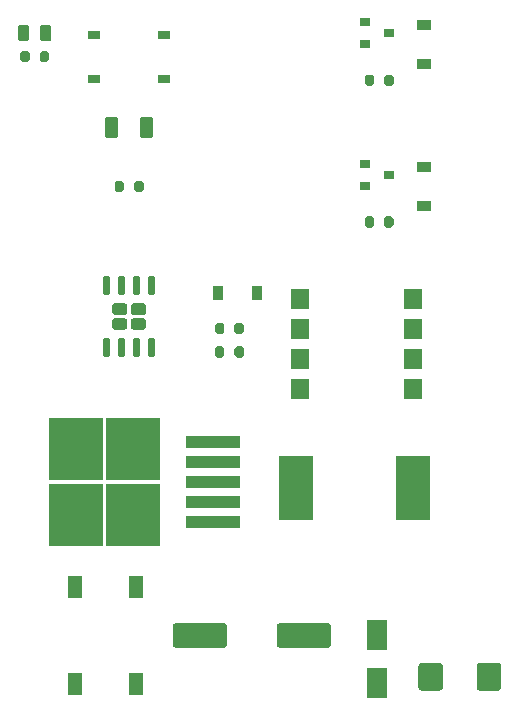
<source format=gtp>
G04 #@! TF.GenerationSoftware,KiCad,Pcbnew,5.1.10-88a1d61d58~88~ubuntu20.10.1*
G04 #@! TF.CreationDate,2021-05-12T21:52:12+02:00*
G04 #@! TF.ProjectId,Servopoint_opto,53657276-6f70-46f6-996e-745f6f70746f,rev?*
G04 #@! TF.SameCoordinates,Original*
G04 #@! TF.FileFunction,Paste,Top*
G04 #@! TF.FilePolarity,Positive*
%FSLAX46Y46*%
G04 Gerber Fmt 4.6, Leading zero omitted, Abs format (unit mm)*
G04 Created by KiCad (PCBNEW 5.1.10-88a1d61d58~88~ubuntu20.10.1) date 2021-05-12 21:52:12*
%MOMM*%
%LPD*%
G01*
G04 APERTURE LIST*
%ADD10R,2.900000X5.400000*%
%ADD11R,1.000000X0.750000*%
%ADD12R,1.200000X1.900000*%
%ADD13R,1.800000X2.500000*%
%ADD14R,0.900000X0.800000*%
%ADD15R,1.200000X0.900000*%
%ADD16R,0.900000X1.200000*%
%ADD17R,4.550000X5.250000*%
%ADD18R,4.600000X1.100000*%
%ADD19R,1.520000X1.780000*%
%ADD20R,1.520000X1.750000*%
G04 APERTURE END LIST*
D10*
X114000000Y-81500000D03*
X104100000Y-81500000D03*
D11*
X93000000Y-46875000D03*
X87000000Y-46875000D03*
X93000000Y-43125000D03*
X87000000Y-43125000D03*
D12*
X90549590Y-98124420D03*
X85449590Y-98124420D03*
X90549590Y-89874420D03*
X85449590Y-89874420D03*
G36*
G01*
X88805000Y-67125000D02*
X89595000Y-67125000D01*
G75*
G02*
X89845000Y-67375000I0J-250000D01*
G01*
X89845000Y-67885000D01*
G75*
G02*
X89595000Y-68135000I-250000J0D01*
G01*
X88805000Y-68135000D01*
G75*
G02*
X88555000Y-67885000I0J250000D01*
G01*
X88555000Y-67375000D01*
G75*
G02*
X88805000Y-67125000I250000J0D01*
G01*
G37*
G36*
G01*
X90405000Y-67125000D02*
X91195000Y-67125000D01*
G75*
G02*
X91445000Y-67375000I0J-250000D01*
G01*
X91445000Y-67885000D01*
G75*
G02*
X91195000Y-68135000I-250000J0D01*
G01*
X90405000Y-68135000D01*
G75*
G02*
X90155000Y-67885000I0J250000D01*
G01*
X90155000Y-67375000D01*
G75*
G02*
X90405000Y-67125000I250000J0D01*
G01*
G37*
G36*
G01*
X88805000Y-65865000D02*
X89595000Y-65865000D01*
G75*
G02*
X89845000Y-66115000I0J-250000D01*
G01*
X89845000Y-66625000D01*
G75*
G02*
X89595000Y-66875000I-250000J0D01*
G01*
X88805000Y-66875000D01*
G75*
G02*
X88555000Y-66625000I0J250000D01*
G01*
X88555000Y-66115000D01*
G75*
G02*
X88805000Y-65865000I250000J0D01*
G01*
G37*
G36*
G01*
X90405000Y-65865000D02*
X91195000Y-65865000D01*
G75*
G02*
X91445000Y-66115000I0J-250000D01*
G01*
X91445000Y-66625000D01*
G75*
G02*
X91195000Y-66875000I-250000J0D01*
G01*
X90405000Y-66875000D01*
G75*
G02*
X90155000Y-66625000I0J250000D01*
G01*
X90155000Y-66115000D01*
G75*
G02*
X90405000Y-65865000I250000J0D01*
G01*
G37*
G36*
G01*
X91755000Y-68825000D02*
X92055000Y-68825000D01*
G75*
G02*
X92205000Y-68975000I0J-150000D01*
G01*
X92205000Y-70300000D01*
G75*
G02*
X92055000Y-70450000I-150000J0D01*
G01*
X91755000Y-70450000D01*
G75*
G02*
X91605000Y-70300000I0J150000D01*
G01*
X91605000Y-68975000D01*
G75*
G02*
X91755000Y-68825000I150000J0D01*
G01*
G37*
G36*
G01*
X90485000Y-68825000D02*
X90785000Y-68825000D01*
G75*
G02*
X90935000Y-68975000I0J-150000D01*
G01*
X90935000Y-70300000D01*
G75*
G02*
X90785000Y-70450000I-150000J0D01*
G01*
X90485000Y-70450000D01*
G75*
G02*
X90335000Y-70300000I0J150000D01*
G01*
X90335000Y-68975000D01*
G75*
G02*
X90485000Y-68825000I150000J0D01*
G01*
G37*
G36*
G01*
X89215000Y-68825000D02*
X89515000Y-68825000D01*
G75*
G02*
X89665000Y-68975000I0J-150000D01*
G01*
X89665000Y-70300000D01*
G75*
G02*
X89515000Y-70450000I-150000J0D01*
G01*
X89215000Y-70450000D01*
G75*
G02*
X89065000Y-70300000I0J150000D01*
G01*
X89065000Y-68975000D01*
G75*
G02*
X89215000Y-68825000I150000J0D01*
G01*
G37*
G36*
G01*
X87945000Y-68825000D02*
X88245000Y-68825000D01*
G75*
G02*
X88395000Y-68975000I0J-150000D01*
G01*
X88395000Y-70300000D01*
G75*
G02*
X88245000Y-70450000I-150000J0D01*
G01*
X87945000Y-70450000D01*
G75*
G02*
X87795000Y-70300000I0J150000D01*
G01*
X87795000Y-68975000D01*
G75*
G02*
X87945000Y-68825000I150000J0D01*
G01*
G37*
G36*
G01*
X87945000Y-63550000D02*
X88245000Y-63550000D01*
G75*
G02*
X88395000Y-63700000I0J-150000D01*
G01*
X88395000Y-65025000D01*
G75*
G02*
X88245000Y-65175000I-150000J0D01*
G01*
X87945000Y-65175000D01*
G75*
G02*
X87795000Y-65025000I0J150000D01*
G01*
X87795000Y-63700000D01*
G75*
G02*
X87945000Y-63550000I150000J0D01*
G01*
G37*
G36*
G01*
X89215000Y-63550000D02*
X89515000Y-63550000D01*
G75*
G02*
X89665000Y-63700000I0J-150000D01*
G01*
X89665000Y-65025000D01*
G75*
G02*
X89515000Y-65175000I-150000J0D01*
G01*
X89215000Y-65175000D01*
G75*
G02*
X89065000Y-65025000I0J150000D01*
G01*
X89065000Y-63700000D01*
G75*
G02*
X89215000Y-63550000I150000J0D01*
G01*
G37*
G36*
G01*
X90485000Y-63550000D02*
X90785000Y-63550000D01*
G75*
G02*
X90935000Y-63700000I0J-150000D01*
G01*
X90935000Y-65025000D01*
G75*
G02*
X90785000Y-65175000I-150000J0D01*
G01*
X90485000Y-65175000D01*
G75*
G02*
X90335000Y-65025000I0J150000D01*
G01*
X90335000Y-63700000D01*
G75*
G02*
X90485000Y-63550000I150000J0D01*
G01*
G37*
G36*
G01*
X91755000Y-63550000D02*
X92055000Y-63550000D01*
G75*
G02*
X92205000Y-63700000I0J-150000D01*
G01*
X92205000Y-65025000D01*
G75*
G02*
X92055000Y-65175000I-150000J0D01*
G01*
X91755000Y-65175000D01*
G75*
G02*
X91605000Y-65025000I0J150000D01*
G01*
X91605000Y-63700000D01*
G75*
G02*
X91755000Y-63550000I150000J0D01*
G01*
G37*
G36*
G01*
X90900000Y-51650001D02*
X90900000Y-50349999D01*
G75*
G02*
X91149999Y-50100000I249999J0D01*
G01*
X91800001Y-50100000D01*
G75*
G02*
X92050000Y-50349999I0J-249999D01*
G01*
X92050000Y-51650001D01*
G75*
G02*
X91800001Y-51900000I-249999J0D01*
G01*
X91149999Y-51900000D01*
G75*
G02*
X90900000Y-51650001I0J249999D01*
G01*
G37*
G36*
G01*
X87950000Y-51650001D02*
X87950000Y-50349999D01*
G75*
G02*
X88199999Y-50100000I249999J0D01*
G01*
X88850001Y-50100000D01*
G75*
G02*
X89100000Y-50349999I0J-249999D01*
G01*
X89100000Y-51650001D01*
G75*
G02*
X88850001Y-51900000I-249999J0D01*
G01*
X88199999Y-51900000D01*
G75*
G02*
X87950000Y-51650001I0J249999D01*
G01*
G37*
G36*
G01*
X119425000Y-98425000D02*
X119425000Y-96575000D01*
G75*
G02*
X119675000Y-96325000I250000J0D01*
G01*
X121250000Y-96325000D01*
G75*
G02*
X121500000Y-96575000I0J-250000D01*
G01*
X121500000Y-98425000D01*
G75*
G02*
X121250000Y-98675000I-250000J0D01*
G01*
X119675000Y-98675000D01*
G75*
G02*
X119425000Y-98425000I0J250000D01*
G01*
G37*
G36*
G01*
X114500000Y-98425000D02*
X114500000Y-96575000D01*
G75*
G02*
X114750000Y-96325000I250000J0D01*
G01*
X116325000Y-96325000D01*
G75*
G02*
X116575000Y-96575000I0J-250000D01*
G01*
X116575000Y-98425000D01*
G75*
G02*
X116325000Y-98675000I-250000J0D01*
G01*
X114750000Y-98675000D01*
G75*
G02*
X114500000Y-98425000I0J250000D01*
G01*
G37*
G36*
G01*
X102500000Y-94800000D02*
X102500000Y-93200000D01*
G75*
G02*
X102750000Y-92950000I250000J0D01*
G01*
X106850000Y-92950000D01*
G75*
G02*
X107100000Y-93200000I0J-250000D01*
G01*
X107100000Y-94800000D01*
G75*
G02*
X106850000Y-95050000I-250000J0D01*
G01*
X102750000Y-95050000D01*
G75*
G02*
X102500000Y-94800000I0J250000D01*
G01*
G37*
G36*
G01*
X93700000Y-94800000D02*
X93700000Y-93200000D01*
G75*
G02*
X93950000Y-92950000I250000J0D01*
G01*
X98050000Y-92950000D01*
G75*
G02*
X98300000Y-93200000I0J-250000D01*
G01*
X98300000Y-94800000D01*
G75*
G02*
X98050000Y-95050000I-250000J0D01*
G01*
X93950000Y-95050000D01*
G75*
G02*
X93700000Y-94800000I0J250000D01*
G01*
G37*
D13*
X111000000Y-98000000D03*
X111000000Y-94000000D03*
D14*
X112000000Y-43000000D03*
X110000000Y-43950000D03*
X110000000Y-42050000D03*
X112000000Y-55000000D03*
X110000000Y-55950000D03*
X110000000Y-54050000D03*
G36*
G01*
X82450000Y-43456250D02*
X82450000Y-42543750D01*
G75*
G02*
X82693750Y-42300000I243750J0D01*
G01*
X83181250Y-42300000D01*
G75*
G02*
X83425000Y-42543750I0J-243750D01*
G01*
X83425000Y-43456250D01*
G75*
G02*
X83181250Y-43700000I-243750J0D01*
G01*
X82693750Y-43700000D01*
G75*
G02*
X82450000Y-43456250I0J243750D01*
G01*
G37*
G36*
G01*
X80575000Y-43456250D02*
X80575000Y-42543750D01*
G75*
G02*
X80818750Y-42300000I243750J0D01*
G01*
X81306250Y-42300000D01*
G75*
G02*
X81550000Y-42543750I0J-243750D01*
G01*
X81550000Y-43456250D01*
G75*
G02*
X81306250Y-43700000I-243750J0D01*
G01*
X80818750Y-43700000D01*
G75*
G02*
X80575000Y-43456250I0J243750D01*
G01*
G37*
G36*
G01*
X111600000Y-59275000D02*
X111600000Y-58725000D01*
G75*
G02*
X111800000Y-58525000I200000J0D01*
G01*
X112200000Y-58525000D01*
G75*
G02*
X112400000Y-58725000I0J-200000D01*
G01*
X112400000Y-59275000D01*
G75*
G02*
X112200000Y-59475000I-200000J0D01*
G01*
X111800000Y-59475000D01*
G75*
G02*
X111600000Y-59275000I0J200000D01*
G01*
G37*
G36*
G01*
X109950000Y-59275000D02*
X109950000Y-58725000D01*
G75*
G02*
X110150000Y-58525000I200000J0D01*
G01*
X110550000Y-58525000D01*
G75*
G02*
X110750000Y-58725000I0J-200000D01*
G01*
X110750000Y-59275000D01*
G75*
G02*
X110550000Y-59475000I-200000J0D01*
G01*
X110150000Y-59475000D01*
G75*
G02*
X109950000Y-59275000I0J200000D01*
G01*
G37*
G36*
G01*
X111600000Y-47275000D02*
X111600000Y-46725000D01*
G75*
G02*
X111800000Y-46525000I200000J0D01*
G01*
X112200000Y-46525000D01*
G75*
G02*
X112400000Y-46725000I0J-200000D01*
G01*
X112400000Y-47275000D01*
G75*
G02*
X112200000Y-47475000I-200000J0D01*
G01*
X111800000Y-47475000D01*
G75*
G02*
X111600000Y-47275000I0J200000D01*
G01*
G37*
G36*
G01*
X109950000Y-47275000D02*
X109950000Y-46725000D01*
G75*
G02*
X110150000Y-46525000I200000J0D01*
G01*
X110550000Y-46525000D01*
G75*
G02*
X110750000Y-46725000I0J-200000D01*
G01*
X110750000Y-47275000D01*
G75*
G02*
X110550000Y-47475000I-200000J0D01*
G01*
X110150000Y-47475000D01*
G75*
G02*
X109950000Y-47275000I0J200000D01*
G01*
G37*
G36*
G01*
X82425000Y-45275000D02*
X82425000Y-44725000D01*
G75*
G02*
X82625000Y-44525000I200000J0D01*
G01*
X83025000Y-44525000D01*
G75*
G02*
X83225000Y-44725000I0J-200000D01*
G01*
X83225000Y-45275000D01*
G75*
G02*
X83025000Y-45475000I-200000J0D01*
G01*
X82625000Y-45475000D01*
G75*
G02*
X82425000Y-45275000I0J200000D01*
G01*
G37*
G36*
G01*
X80775000Y-45275000D02*
X80775000Y-44725000D01*
G75*
G02*
X80975000Y-44525000I200000J0D01*
G01*
X81375000Y-44525000D01*
G75*
G02*
X81575000Y-44725000I0J-200000D01*
G01*
X81575000Y-45275000D01*
G75*
G02*
X81375000Y-45475000I-200000J0D01*
G01*
X80975000Y-45475000D01*
G75*
G02*
X80775000Y-45275000I0J200000D01*
G01*
G37*
G36*
G01*
X90425000Y-56275000D02*
X90425000Y-55725000D01*
G75*
G02*
X90625000Y-55525000I200000J0D01*
G01*
X91025000Y-55525000D01*
G75*
G02*
X91225000Y-55725000I0J-200000D01*
G01*
X91225000Y-56275000D01*
G75*
G02*
X91025000Y-56475000I-200000J0D01*
G01*
X90625000Y-56475000D01*
G75*
G02*
X90425000Y-56275000I0J200000D01*
G01*
G37*
G36*
G01*
X88775000Y-56275000D02*
X88775000Y-55725000D01*
G75*
G02*
X88975000Y-55525000I200000J0D01*
G01*
X89375000Y-55525000D01*
G75*
G02*
X89575000Y-55725000I0J-200000D01*
G01*
X89575000Y-56275000D01*
G75*
G02*
X89375000Y-56475000I-200000J0D01*
G01*
X88975000Y-56475000D01*
G75*
G02*
X88775000Y-56275000I0J200000D01*
G01*
G37*
G36*
G01*
X98925000Y-70275000D02*
X98925000Y-69725000D01*
G75*
G02*
X99125000Y-69525000I200000J0D01*
G01*
X99525000Y-69525000D01*
G75*
G02*
X99725000Y-69725000I0J-200000D01*
G01*
X99725000Y-70275000D01*
G75*
G02*
X99525000Y-70475000I-200000J0D01*
G01*
X99125000Y-70475000D01*
G75*
G02*
X98925000Y-70275000I0J200000D01*
G01*
G37*
G36*
G01*
X97275000Y-70275000D02*
X97275000Y-69725000D01*
G75*
G02*
X97475000Y-69525000I200000J0D01*
G01*
X97875000Y-69525000D01*
G75*
G02*
X98075000Y-69725000I0J-200000D01*
G01*
X98075000Y-70275000D01*
G75*
G02*
X97875000Y-70475000I-200000J0D01*
G01*
X97475000Y-70475000D01*
G75*
G02*
X97275000Y-70275000I0J200000D01*
G01*
G37*
G36*
G01*
X98925000Y-68275000D02*
X98925000Y-67725000D01*
G75*
G02*
X99125000Y-67525000I200000J0D01*
G01*
X99525000Y-67525000D01*
G75*
G02*
X99725000Y-67725000I0J-200000D01*
G01*
X99725000Y-68275000D01*
G75*
G02*
X99525000Y-68475000I-200000J0D01*
G01*
X99125000Y-68475000D01*
G75*
G02*
X98925000Y-68275000I0J200000D01*
G01*
G37*
G36*
G01*
X97275000Y-68275000D02*
X97275000Y-67725000D01*
G75*
G02*
X97475000Y-67525000I200000J0D01*
G01*
X97875000Y-67525000D01*
G75*
G02*
X98075000Y-67725000I0J-200000D01*
G01*
X98075000Y-68275000D01*
G75*
G02*
X97875000Y-68475000I-200000J0D01*
G01*
X97475000Y-68475000D01*
G75*
G02*
X97275000Y-68275000I0J200000D01*
G01*
G37*
D15*
X115000000Y-42350000D03*
X115000000Y-45650000D03*
X115000000Y-54350000D03*
X115000000Y-57650000D03*
D16*
X97500000Y-65000000D03*
X100800000Y-65000000D03*
D17*
X90350000Y-78225000D03*
X85500000Y-83775000D03*
X90350000Y-83775000D03*
X85500000Y-78225000D03*
D18*
X97075000Y-77600000D03*
X97075000Y-79300000D03*
X97075000Y-81000000D03*
X97075000Y-82700000D03*
X97075000Y-84400000D03*
D19*
X114000000Y-65500000D03*
X114000000Y-68040000D03*
X114000000Y-70580000D03*
X114000000Y-73120000D03*
X104480000Y-73120000D03*
X104480000Y-70580000D03*
D20*
X104480000Y-68040000D03*
D19*
X104480000Y-65500000D03*
M02*

</source>
